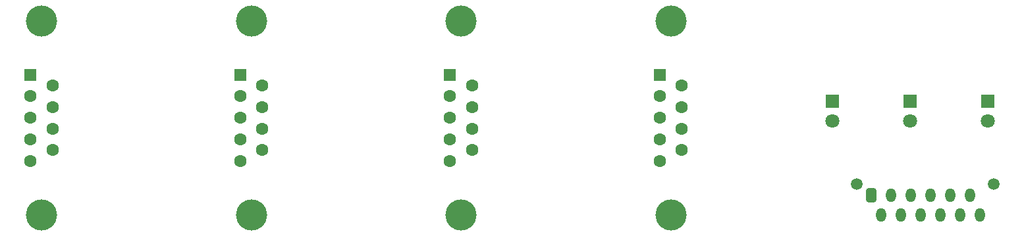
<source format=gbs>
G04 #@! TF.GenerationSoftware,KiCad,Pcbnew,8.0.8*
G04 #@! TF.CreationDate,2025-02-25T20:07:16+01:00*
G04 #@! TF.ProjectId,OverlordInterface,4f766572-6c6f-4726-9449-6e7465726661,rev?*
G04 #@! TF.SameCoordinates,Original*
G04 #@! TF.FileFunction,Soldermask,Bot*
G04 #@! TF.FilePolarity,Negative*
%FSLAX46Y46*%
G04 Gerber Fmt 4.6, Leading zero omitted, Abs format (unit mm)*
G04 Created by KiCad (PCBNEW 8.0.8) date 2025-02-25 20:07:16*
%MOMM*%
%LPD*%
G01*
G04 APERTURE LIST*
G04 Aperture macros list*
%AMRoundRect*
0 Rectangle with rounded corners*
0 $1 Rounding radius*
0 $2 $3 $4 $5 $6 $7 $8 $9 X,Y pos of 4 corners*
0 Add a 4 corners polygon primitive as box body*
4,1,4,$2,$3,$4,$5,$6,$7,$8,$9,$2,$3,0*
0 Add four circle primitives for the rounded corners*
1,1,$1+$1,$2,$3*
1,1,$1+$1,$4,$5*
1,1,$1+$1,$6,$7*
1,1,$1+$1,$8,$9*
0 Add four rect primitives between the rounded corners*
20,1,$1+$1,$2,$3,$4,$5,0*
20,1,$1+$1,$4,$5,$6,$7,0*
20,1,$1+$1,$6,$7,$8,$9,0*
20,1,$1+$1,$8,$9,$2,$3,0*%
G04 Aperture macros list end*
%ADD10R,1.800000X1.800000*%
%ADD11C,1.800000*%
%ADD12C,4.000000*%
%ADD13R,1.600000X1.600000*%
%ADD14C,1.600000*%
%ADD15C,1.500000*%
%ADD16RoundRect,0.250000X-0.400000X0.650000X-0.400000X-0.650000X0.400000X-0.650000X0.400000X0.650000X0*%
%ADD17O,1.300000X1.800000*%
G04 APERTURE END LIST*
D10*
X211830000Y-91055000D03*
D11*
X211830000Y-93595000D03*
D10*
X221830000Y-91055000D03*
D11*
X221830000Y-93595000D03*
D12*
X100190000Y-105695000D03*
X100190000Y-80695000D03*
D13*
X98770000Y-87655000D03*
D14*
X98770000Y-90425000D03*
X98770000Y-93195000D03*
X98770000Y-95965000D03*
X98770000Y-98735000D03*
X101610000Y-89040000D03*
X101610000Y-91810000D03*
X101610000Y-94580000D03*
X101610000Y-97350000D03*
D12*
X181080000Y-105695000D03*
X181080000Y-80695000D03*
D13*
X179660000Y-87655000D03*
D14*
X179660000Y-90425000D03*
X179660000Y-93195000D03*
X179660000Y-95965000D03*
X179660000Y-98735000D03*
X182500000Y-89040000D03*
X182500000Y-91810000D03*
X182500000Y-94580000D03*
X182500000Y-97350000D03*
D12*
X127153333Y-105695000D03*
X127153333Y-80695000D03*
D13*
X125733333Y-87655000D03*
D14*
X125733333Y-90425000D03*
X125733333Y-93195000D03*
X125733333Y-95965000D03*
X125733333Y-98735000D03*
X128573333Y-89040000D03*
X128573333Y-91810000D03*
X128573333Y-94580000D03*
X128573333Y-97350000D03*
D12*
X154116666Y-105695000D03*
X154116666Y-80695000D03*
D13*
X152696666Y-87655000D03*
D14*
X152696666Y-90425000D03*
X152696666Y-93195000D03*
X152696666Y-95965000D03*
X152696666Y-98735000D03*
X155536666Y-89040000D03*
X155536666Y-91810000D03*
X155536666Y-94580000D03*
X155536666Y-97350000D03*
D10*
X201830000Y-91055000D03*
D11*
X201830000Y-93595000D03*
D15*
X222590001Y-101710000D03*
X205020001Y-101710000D03*
D16*
X206820001Y-103190000D03*
D17*
X208090001Y-105730000D03*
X209360001Y-103190000D03*
X210630001Y-105730000D03*
X211900000Y-103190000D03*
X213170001Y-105730000D03*
X214440001Y-103190000D03*
X215710001Y-105730000D03*
X216980001Y-103190000D03*
X218250001Y-105730000D03*
X219520001Y-103190000D03*
X220790001Y-105730000D03*
M02*

</source>
